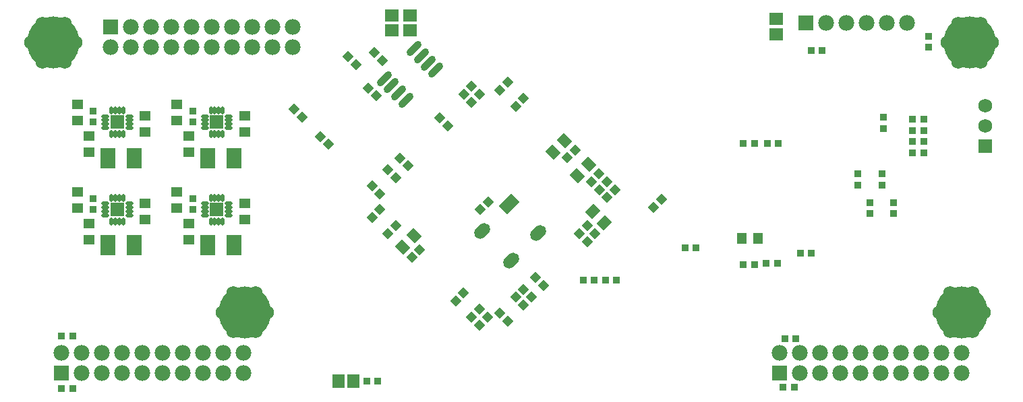
<source format=gbs>
%FSLAX44Y44*%
%MOMM*%
G71*
G01*
G75*
G04 Layer_Color=16711935*
%ADD10O,1.7000X0.3500*%
%ADD11R,0.7620X0.7620*%
%ADD12O,1.0000X0.3000*%
%ADD13P,1.0776X4X180.0*%
G04:AMPARAMS|DCode=14|XSize=0.35mm|YSize=1.8mm|CornerRadius=0mm|HoleSize=0mm|Usage=FLASHONLY|Rotation=225.000|XOffset=0mm|YOffset=0mm|HoleType=Round|Shape=Round|*
%AMOVALD14*
21,1,1.4500,0.3500,0.0000,0.0000,315.0*
1,1,0.3500,-0.5127,0.5127*
1,1,0.3500,0.5127,-0.5127*
%
%ADD14OVALD14*%

G04:AMPARAMS|DCode=15|XSize=0.3mm|YSize=1.8mm|CornerRadius=0mm|HoleSize=0mm|Usage=FLASHONLY|Rotation=135.000|XOffset=0mm|YOffset=0mm|HoleType=Round|Shape=Round|*
%AMOVALD15*
21,1,1.5000,0.3000,0.0000,0.0000,225.0*
1,1,0.3000,0.5303,0.5303*
1,1,0.3000,-0.5303,-0.5303*
%
%ADD15OVALD15*%

G04:AMPARAMS|DCode=16|XSize=0.3mm|YSize=1.8mm|CornerRadius=0mm|HoleSize=0mm|Usage=FLASHONLY|Rotation=45.000|XOffset=0mm|YOffset=0mm|HoleType=Round|Shape=Round|*
%AMOVALD16*
21,1,1.5000,0.3000,0.0000,0.0000,135.0*
1,1,0.3000,0.5303,-0.5303*
1,1,0.3000,-0.5303,0.5303*
%
%ADD16OVALD16*%

%ADD17P,1.0776X4X90.0*%
%ADD18O,0.3000X1.9000*%
%ADD19C,0.2000*%
%ADD20C,0.3000*%
%ADD21R,2.1650X2.4540*%
%ADD22R,2.4665X2.5737*%
%ADD23R,2.1110X2.7620*%
%ADD24R,2.0555X2.7112*%
%ADD25C,1.5240*%
%ADD26C,6.3500*%
%ADD27C,1.7780*%
%ADD28R,1.7780X1.7780*%
%ADD29R,1.5240X1.5240*%
%ADD30R,1.7780X1.7780*%
%ADD31C,0.5000*%
%ADD32C,0.6600*%
%ADD33R,1.5000X1.3000*%
G04:AMPARAMS|DCode=34|XSize=0.7mm|YSize=2.1mm|CornerRadius=0mm|HoleSize=0mm|Usage=FLASHONLY|Rotation=135.000|XOffset=0mm|YOffset=0mm|HoleType=Round|Shape=Round|*
%AMOVALD34*
21,1,1.4000,0.7000,0.0000,0.0000,225.0*
1,1,0.7000,0.4950,0.4950*
1,1,0.7000,-0.4950,-0.4950*
%
%ADD34OVALD34*%

%ADD35R,0.7620X0.7620*%
G04:AMPARAMS|DCode=36|XSize=1.016mm|YSize=1.27mm|CornerRadius=0mm|HoleSize=0mm|Usage=FLASHONLY|Rotation=225.000|XOffset=0mm|YOffset=0mm|HoleType=Round|Shape=Rectangle|*
%AMROTATEDRECTD36*
4,1,4,-0.0898,0.8082,0.8082,-0.0898,0.0898,-0.8082,-0.8082,0.0898,-0.0898,0.8082,0.0*
%
%ADD36ROTATEDRECTD36*%

G04:AMPARAMS|DCode=37|XSize=1.3mm|YSize=2mm|CornerRadius=0mm|HoleSize=0mm|Usage=FLASHONLY|Rotation=315.000|XOffset=0mm|YOffset=0mm|HoleType=Round|Shape=Rectangle|*
%AMROTATEDRECTD37*
4,1,4,-1.1667,-0.2475,0.2475,1.1667,1.1667,0.2475,-0.2475,-1.1667,-1.1667,-0.2475,0.0*
%
%ADD37ROTATEDRECTD37*%

G04:AMPARAMS|DCode=38|XSize=1.3mm|YSize=2mm|CornerRadius=0mm|HoleSize=0mm|Usage=FLASHONLY|Rotation=315.000|XOffset=0mm|YOffset=0mm|HoleType=Round|Shape=Round|*
%AMOVALD38*
21,1,0.7000,1.3000,0.0000,0.0000,45.0*
1,1,1.3000,-0.2475,-0.2475*
1,1,1.3000,0.2475,0.2475*
%
%ADD38OVALD38*%

%ADD39R,1.6500X2.3000*%
%ADD40O,0.8000X0.3000*%
%ADD41O,0.3000X0.8000*%
%ADD42R,1.6000X1.6000*%
%ADD43R,1.2700X1.0160*%
G04:AMPARAMS|DCode=44|XSize=1.016mm|YSize=1.27mm|CornerRadius=0mm|HoleSize=0mm|Usage=FLASHONLY|Rotation=135.000|XOffset=0mm|YOffset=0mm|HoleType=Round|Shape=Rectangle|*
%AMROTATEDRECTD44*
4,1,4,0.8082,0.0898,-0.0898,-0.8082,-0.8082,-0.0898,0.0898,0.8082,0.8082,0.0898,0.0*
%
%ADD44ROTATEDRECTD44*%

%ADD45R,1.0160X1.2700*%
%ADD46R,1.3000X1.5000*%
%ADD47C,0.4000*%
%ADD48C,2.0000*%
%ADD49C,0.1270*%
%ADD50C,0.6000*%
%ADD51C,0.2500*%
%ADD52C,0.2540*%
%ADD53C,0.1500*%
%ADD54C,0.5000*%
%ADD55O,1.9032X0.5532*%
%ADD56R,0.9652X0.9652*%
%ADD57O,1.2032X0.5032*%
%ADD58P,1.3650X4X180.0*%
G04:AMPARAMS|DCode=59|XSize=0.5532mm|YSize=2.0032mm|CornerRadius=0mm|HoleSize=0mm|Usage=FLASHONLY|Rotation=225.000|XOffset=0mm|YOffset=0mm|HoleType=Round|Shape=Round|*
%AMOVALD59*
21,1,1.4500,0.5532,0.0000,0.0000,315.0*
1,1,0.5532,-0.5127,0.5127*
1,1,0.5532,0.5127,-0.5127*
%
%ADD59OVALD59*%

G04:AMPARAMS|DCode=60|XSize=0.5032mm|YSize=2.0032mm|CornerRadius=0mm|HoleSize=0mm|Usage=FLASHONLY|Rotation=135.000|XOffset=0mm|YOffset=0mm|HoleType=Round|Shape=Round|*
%AMOVALD60*
21,1,1.5000,0.5032,0.0000,0.0000,225.0*
1,1,0.5032,0.5303,0.5303*
1,1,0.5032,-0.5303,-0.5303*
%
%ADD60OVALD60*%

G04:AMPARAMS|DCode=61|XSize=0.5032mm|YSize=2.0032mm|CornerRadius=0mm|HoleSize=0mm|Usage=FLASHONLY|Rotation=45.000|XOffset=0mm|YOffset=0mm|HoleType=Round|Shape=Round|*
%AMOVALD61*
21,1,1.5000,0.5032,0.0000,0.0000,135.0*
1,1,0.5032,0.5303,-0.5303*
1,1,0.5032,-0.5303,0.5303*
%
%ADD61OVALD61*%

%ADD62P,1.3650X4X90.0*%
%ADD63O,0.5032X2.1032*%
%ADD64C,1.7272*%
%ADD65C,6.5532*%
%ADD66C,1.9812*%
%ADD67R,1.9812X1.9812*%
%ADD68R,1.7272X1.7272*%
%ADD69R,1.9812X1.9812*%
%ADD70R,1.7032X1.5032*%
G04:AMPARAMS|DCode=71|XSize=0.9032mm|YSize=2.3032mm|CornerRadius=0mm|HoleSize=0mm|Usage=FLASHONLY|Rotation=135.000|XOffset=0mm|YOffset=0mm|HoleType=Round|Shape=Round|*
%AMOVALD71*
21,1,1.4000,0.9032,0.0000,0.0000,225.0*
1,1,0.9032,0.4950,0.4950*
1,1,0.9032,-0.4950,-0.4950*
%
%ADD71OVALD71*%

%ADD72R,0.9652X0.9652*%
G04:AMPARAMS|DCode=73|XSize=1.2192mm|YSize=1.4732mm|CornerRadius=0mm|HoleSize=0mm|Usage=FLASHONLY|Rotation=225.000|XOffset=0mm|YOffset=0mm|HoleType=Round|Shape=Rectangle|*
%AMROTATEDRECTD73*
4,1,4,-0.0898,0.9519,0.9519,-0.0898,0.0898,-0.9519,-0.9519,0.0898,-0.0898,0.9519,0.0*
%
%ADD73ROTATEDRECTD73*%

G04:AMPARAMS|DCode=74|XSize=1.5032mm|YSize=2.2032mm|CornerRadius=0mm|HoleSize=0mm|Usage=FLASHONLY|Rotation=315.000|XOffset=0mm|YOffset=0mm|HoleType=Round|Shape=Rectangle|*
%AMROTATEDRECTD74*
4,1,4,-1.3104,-0.2475,0.2475,1.3104,1.3104,0.2475,-0.2475,-1.3104,-1.3104,-0.2475,0.0*
%
%ADD74ROTATEDRECTD74*%

G04:AMPARAMS|DCode=75|XSize=1.5032mm|YSize=2.2032mm|CornerRadius=0mm|HoleSize=0mm|Usage=FLASHONLY|Rotation=315.000|XOffset=0mm|YOffset=0mm|HoleType=Round|Shape=Round|*
%AMOVALD75*
21,1,0.7000,1.5032,0.0000,0.0000,45.0*
1,1,1.5032,-0.2475,-0.2475*
1,1,1.5032,0.2475,0.2475*
%
%ADD75OVALD75*%

%ADD76R,1.8532X2.5032*%
%ADD77O,1.0032X0.5032*%
%ADD78O,0.5032X1.0032*%
%ADD79R,1.8032X1.8032*%
%ADD80R,1.4732X1.2192*%
G04:AMPARAMS|DCode=81|XSize=1.2192mm|YSize=1.4732mm|CornerRadius=0mm|HoleSize=0mm|Usage=FLASHONLY|Rotation=135.000|XOffset=0mm|YOffset=0mm|HoleType=Round|Shape=Rectangle|*
%AMROTATEDRECTD81*
4,1,4,0.9519,0.0898,-0.0898,-0.9519,-0.9519,-0.0898,0.0898,0.9519,0.9519,0.0898,0.0*
%
%ADD81ROTATEDRECTD81*%

%ADD82R,1.2192X1.4732*%
%ADD83R,1.5032X1.7032*%
D56*
X1149000Y444030D02*
D03*
Y458000D02*
D03*
X225000Y350000D02*
D03*
Y363970D02*
D03*
Y240000D02*
D03*
Y253970D02*
D03*
X100000Y240000D02*
D03*
Y253970D02*
D03*
X100000Y350000D02*
D03*
Y363970D02*
D03*
X1092000Y356000D02*
D03*
Y342030D02*
D03*
X1060000Y285000D02*
D03*
Y271030D02*
D03*
X1090000Y285000D02*
D03*
Y271030D02*
D03*
X1105000Y235000D02*
D03*
Y248970D02*
D03*
X1075000Y235000D02*
D03*
Y248970D02*
D03*
D58*
X535000Y355000D02*
D03*
X544878Y345122D02*
D03*
X720000Y200000D02*
D03*
X710122Y209878D02*
D03*
X665000Y145000D02*
D03*
X655122Y154878D02*
D03*
X620000Y100000D02*
D03*
X610122Y109878D02*
D03*
X485000Y305000D02*
D03*
X494878Y295122D02*
D03*
X450000Y270000D02*
D03*
X459878Y260122D02*
D03*
X429878Y422622D02*
D03*
X420000Y432500D02*
D03*
X445122Y392878D02*
D03*
X455000Y383000D02*
D03*
X361878Y356122D02*
D03*
X352000Y366000D02*
D03*
X385122Y331878D02*
D03*
X395000Y322000D02*
D03*
X584878Y385122D02*
D03*
X575000Y395000D02*
D03*
X574878Y375122D02*
D03*
X565000Y385000D02*
D03*
X640122Y139878D02*
D03*
X650000Y130000D02*
D03*
X470000Y290000D02*
D03*
X479878Y280122D02*
D03*
X720122Y219878D02*
D03*
X730000Y210000D02*
D03*
X630122Y129878D02*
D03*
X640000Y120000D02*
D03*
X452622Y437378D02*
D03*
X462500Y427500D02*
D03*
D62*
X803122Y243122D02*
D03*
X813000Y253000D02*
D03*
X705000Y315000D02*
D03*
X695122Y305122D02*
D03*
X745000Y275000D02*
D03*
X735122Y265122D02*
D03*
X586000Y240000D02*
D03*
X595878Y249878D02*
D03*
X585000Y95000D02*
D03*
X594878Y104878D02*
D03*
X640000Y380000D02*
D03*
X630122Y370122D02*
D03*
X584878Y114878D02*
D03*
X575000Y105000D02*
D03*
X610122Y390122D02*
D03*
X620000Y400000D02*
D03*
X470000Y210000D02*
D03*
X479878Y219878D02*
D03*
X500000Y180000D02*
D03*
X509878Y189878D02*
D03*
X725122Y275122D02*
D03*
X735000Y285000D02*
D03*
X459878Y239878D02*
D03*
X450000Y230000D02*
D03*
X564878Y134878D02*
D03*
X555000Y125000D02*
D03*
X745122Y255122D02*
D03*
X755000Y265000D02*
D03*
D64*
X1186030Y474197D02*
D03*
X1213970D02*
D03*
X1227940Y450000D02*
D03*
X1213970Y425803D02*
D03*
X1186030D02*
D03*
X1172060Y450000D02*
D03*
X1220000Y370800D02*
D03*
Y345400D02*
D03*
X36030Y474197D02*
D03*
X63970D02*
D03*
X77940Y450000D02*
D03*
X63970Y425803D02*
D03*
X36030D02*
D03*
X22060Y450000D02*
D03*
X1203970Y134997D02*
D03*
X1176030D02*
D03*
X1162060Y110800D02*
D03*
X1176030Y86603D02*
D03*
X1203970D02*
D03*
X1217940Y110800D02*
D03*
X303970Y134997D02*
D03*
X276030D02*
D03*
X262060Y110800D02*
D03*
X276030Y86603D02*
D03*
X303970D02*
D03*
X317940Y110800D02*
D03*
D65*
X1200000Y450000D02*
D03*
X50000D02*
D03*
X1190000Y110800D02*
D03*
X290000Y110800D02*
D03*
D66*
X1122000Y475000D02*
D03*
X1096600Y475000D02*
D03*
X1071200Y475000D02*
D03*
X1020400Y475000D02*
D03*
X1045800Y475000D02*
D03*
X197624Y444595D02*
D03*
X121424Y444595D02*
D03*
X223023Y469995D02*
D03*
X223023Y444595D02*
D03*
X197624Y469995D02*
D03*
X172223Y469995D02*
D03*
X146823Y469995D02*
D03*
X146823Y444595D02*
D03*
X172223Y444595D02*
D03*
X248424Y444595D02*
D03*
X273824Y469995D02*
D03*
Y444595D02*
D03*
X299223Y469995D02*
D03*
Y444595D02*
D03*
X324623Y469995D02*
D03*
Y444595D02*
D03*
X350023Y469995D02*
D03*
Y444595D02*
D03*
X248424Y469995D02*
D03*
X187000Y34600D02*
D03*
X288600Y60000D02*
D03*
Y34600D02*
D03*
X263200Y60000D02*
D03*
Y34600D02*
D03*
X237800Y60000D02*
D03*
Y34600D02*
D03*
X212400Y60000D02*
D03*
Y34600D02*
D03*
X187000Y60000D02*
D03*
X110800Y60000D02*
D03*
X85400Y60000D02*
D03*
X85400Y34600D02*
D03*
X110800Y34600D02*
D03*
X136200Y34600D02*
D03*
X161600Y60000D02*
D03*
X161600Y34600D02*
D03*
X60000Y60000D02*
D03*
X136200Y60000D02*
D03*
X1088400Y34600D02*
D03*
X1190000Y60000D02*
D03*
Y34600D02*
D03*
X1164600Y60000D02*
D03*
Y34600D02*
D03*
X1139200Y60000D02*
D03*
Y34600D02*
D03*
X1113800Y60000D02*
D03*
Y34600D02*
D03*
X1088400Y60000D02*
D03*
X1012200Y60000D02*
D03*
X986800Y60000D02*
D03*
X986800Y34600D02*
D03*
X1012200Y34600D02*
D03*
X1037600Y34600D02*
D03*
X1063000Y60000D02*
D03*
X1063000Y34600D02*
D03*
X961400Y60000D02*
D03*
X1037600Y60000D02*
D03*
D67*
X995000Y475000D02*
D03*
D68*
X1220000Y320000D02*
D03*
D69*
X121424Y469995D02*
D03*
X60000Y34600D02*
D03*
X961400Y34600D02*
D03*
D70*
X957500Y460500D02*
D03*
Y479500D02*
D03*
X497500Y465500D02*
D03*
Y484500D02*
D03*
X475000Y465500D02*
D03*
Y484500D02*
D03*
D71*
X502768Y442209D02*
D03*
X511748Y433228D02*
D03*
X520728Y424248D02*
D03*
X529709Y415268D02*
D03*
X465291Y404732D02*
D03*
X474272Y395752D02*
D03*
X483252Y386772D02*
D03*
X492232Y377791D02*
D03*
D72*
X1142636Y353730D02*
D03*
X1128666D02*
D03*
X1128636Y311730D02*
D03*
X1142606Y311730D02*
D03*
X1128636Y325730D02*
D03*
X1142606D02*
D03*
X1142636Y339730D02*
D03*
X1128666D02*
D03*
X73970Y81000D02*
D03*
X60000D02*
D03*
X73970Y15000D02*
D03*
X60000D02*
D03*
X979970Y17000D02*
D03*
X966000D02*
D03*
X981970Y78000D02*
D03*
X968000D02*
D03*
X916000Y171000D02*
D03*
X929970D02*
D03*
X930000Y323000D02*
D03*
X916030D02*
D03*
X960000D02*
D03*
X946030D02*
D03*
X987500Y185000D02*
D03*
X1001470D02*
D03*
X945000Y172500D02*
D03*
X958970D02*
D03*
X743030Y151000D02*
D03*
X757000D02*
D03*
X856970Y192000D02*
D03*
X843000D02*
D03*
X728970Y151000D02*
D03*
X715000D02*
D03*
X1001030Y440000D02*
D03*
X1015000D02*
D03*
X443396Y24238D02*
D03*
X457366D02*
D03*
D73*
X677428Y312428D02*
D03*
X691796Y326796D02*
D03*
X721796Y296796D02*
D03*
X707428Y282428D02*
D03*
X488204Y193204D02*
D03*
X502572Y207572D02*
D03*
D74*
X622000Y247000D02*
D03*
D75*
X658770Y210230D02*
D03*
X624828Y176289D02*
D03*
X588059Y213059D02*
D03*
D76*
X276500Y305000D02*
D03*
X243490D02*
D03*
X276500Y195000D02*
D03*
X243490D02*
D03*
X151500Y195000D02*
D03*
X118490D02*
D03*
X151500Y305000D02*
D03*
X118490D02*
D03*
D77*
X115000Y232500D02*
D03*
Y237500D02*
D03*
Y242500D02*
D03*
Y247500D02*
D03*
X145000D02*
D03*
Y242500D02*
D03*
Y237500D02*
D03*
Y232500D02*
D03*
X115000Y342500D02*
D03*
Y347500D02*
D03*
Y352500D02*
D03*
Y357500D02*
D03*
X145000D02*
D03*
Y352500D02*
D03*
Y347500D02*
D03*
Y342500D02*
D03*
X240000D02*
D03*
Y347500D02*
D03*
Y352500D02*
D03*
Y357500D02*
D03*
X270000D02*
D03*
Y352500D02*
D03*
Y347500D02*
D03*
Y342500D02*
D03*
X240000Y232500D02*
D03*
Y237500D02*
D03*
Y242500D02*
D03*
Y247500D02*
D03*
X270000D02*
D03*
Y242500D02*
D03*
Y237500D02*
D03*
Y232500D02*
D03*
D78*
X122500Y255000D02*
D03*
X127500D02*
D03*
X132500D02*
D03*
X137500D02*
D03*
Y225000D02*
D03*
X132500D02*
D03*
X127500D02*
D03*
X122500D02*
D03*
X122500Y365000D02*
D03*
X127500D02*
D03*
X132500D02*
D03*
X137500D02*
D03*
Y335000D02*
D03*
X132500D02*
D03*
X127500D02*
D03*
X122500D02*
D03*
X247500Y365000D02*
D03*
X252500D02*
D03*
X257500D02*
D03*
X262500D02*
D03*
Y335000D02*
D03*
X257500D02*
D03*
X252500D02*
D03*
X247500D02*
D03*
Y255000D02*
D03*
X252500D02*
D03*
X257500D02*
D03*
X262500D02*
D03*
Y225000D02*
D03*
X257500D02*
D03*
X252500D02*
D03*
X247500D02*
D03*
D79*
X130000Y240000D02*
D03*
X130000Y350000D02*
D03*
X255000D02*
D03*
Y240000D02*
D03*
D80*
X80000Y372540D02*
D03*
Y352220D02*
D03*
X80000Y262540D02*
D03*
Y242220D02*
D03*
X205000Y262540D02*
D03*
Y242220D02*
D03*
X290000Y337460D02*
D03*
Y357780D02*
D03*
X220000Y222540D02*
D03*
Y202220D02*
D03*
X165000Y337460D02*
D03*
Y357780D02*
D03*
X205000Y372540D02*
D03*
Y352220D02*
D03*
X220000Y332540D02*
D03*
Y312220D02*
D03*
X290000Y227460D02*
D03*
Y247780D02*
D03*
X95000Y332540D02*
D03*
Y312220D02*
D03*
X95000Y222540D02*
D03*
Y202220D02*
D03*
X165000Y227460D02*
D03*
Y247780D02*
D03*
D81*
X741796Y223204D02*
D03*
X727428Y237572D02*
D03*
D82*
X914460Y204000D02*
D03*
X934780D02*
D03*
D83*
X426866Y24238D02*
D03*
X407866D02*
D03*
M02*

</source>
